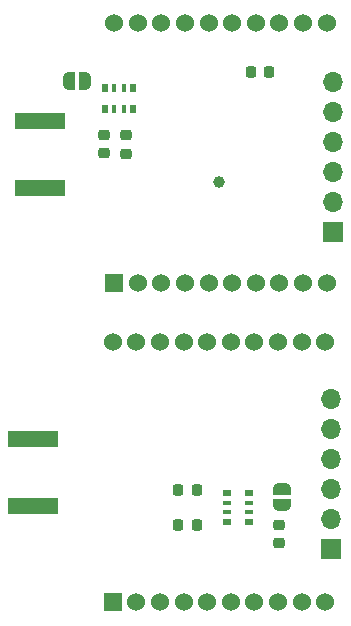
<source format=gbr>
%TF.GenerationSoftware,KiCad,Pcbnew,8.0.2*%
%TF.CreationDate,2025-09-09T09:28:48+02:00*%
%TF.ProjectId,e77,6537372e-6b69-4636-9164-5f7063625858,rev?*%
%TF.SameCoordinates,Original*%
%TF.FileFunction,Soldermask,Top*%
%TF.FilePolarity,Negative*%
%FSLAX46Y46*%
G04 Gerber Fmt 4.6, Leading zero omitted, Abs format (unit mm)*
G04 Created by KiCad (PCBNEW 8.0.2) date 2025-09-09 09:28:48*
%MOMM*%
%LPD*%
G01*
G04 APERTURE LIST*
G04 Aperture macros list*
%AMRoundRect*
0 Rectangle with rounded corners*
0 $1 Rounding radius*
0 $2 $3 $4 $5 $6 $7 $8 $9 X,Y pos of 4 corners*
0 Add a 4 corners polygon primitive as box body*
4,1,4,$2,$3,$4,$5,$6,$7,$8,$9,$2,$3,0*
0 Add four circle primitives for the rounded corners*
1,1,$1+$1,$2,$3*
1,1,$1+$1,$4,$5*
1,1,$1+$1,$6,$7*
1,1,$1+$1,$8,$9*
0 Add four rect primitives between the rounded corners*
20,1,$1+$1,$2,$3,$4,$5,0*
20,1,$1+$1,$4,$5,$6,$7,0*
20,1,$1+$1,$6,$7,$8,$9,0*
20,1,$1+$1,$8,$9,$2,$3,0*%
%AMFreePoly0*
4,1,19,0.500000,-0.750000,0.000000,-0.750000,0.000000,-0.744911,-0.071157,-0.744911,-0.207708,-0.704816,-0.327430,-0.627875,-0.420627,-0.520320,-0.479746,-0.390866,-0.500000,-0.250000,-0.500000,0.250000,-0.479746,0.390866,-0.420627,0.520320,-0.327430,0.627875,-0.207708,0.704816,-0.071157,0.744911,0.000000,0.744911,0.000000,0.750000,0.500000,0.750000,0.500000,-0.750000,0.500000,-0.750000,
$1*%
%AMFreePoly1*
4,1,19,0.000000,0.744911,0.071157,0.744911,0.207708,0.704816,0.327430,0.627875,0.420627,0.520320,0.479746,0.390866,0.500000,0.250000,0.500000,-0.250000,0.479746,-0.390866,0.420627,-0.520320,0.327430,-0.627875,0.207708,-0.704816,0.071157,-0.744911,0.000000,-0.744911,0.000000,-0.750000,-0.500000,-0.750000,-0.500000,0.750000,0.000000,0.750000,0.000000,0.744911,0.000000,0.744911,
$1*%
G04 Aperture macros list end*
%ADD10RoundRect,0.218750X-0.218750X-0.256250X0.218750X-0.256250X0.218750X0.256250X-0.218750X0.256250X0*%
%ADD11FreePoly0,90.000000*%
%ADD12FreePoly1,90.000000*%
%ADD13R,0.500000X0.800000*%
%ADD14R,0.400000X0.800000*%
%ADD15R,1.700000X1.700000*%
%ADD16O,1.700000X1.700000*%
%ADD17RoundRect,0.218750X0.256250X-0.218750X0.256250X0.218750X-0.256250X0.218750X-0.256250X-0.218750X0*%
%ADD18RoundRect,0.225000X0.250000X-0.225000X0.250000X0.225000X-0.250000X0.225000X-0.250000X-0.225000X0*%
%ADD19R,1.524000X1.524000*%
%ADD20C,1.524000*%
%ADD21R,0.800000X0.500000*%
%ADD22R,0.800000X0.400000*%
%ADD23RoundRect,0.225000X0.225000X0.250000X-0.225000X0.250000X-0.225000X-0.250000X0.225000X-0.250000X0*%
%ADD24FreePoly0,0.000000*%
%ADD25FreePoly1,0.000000*%
%ADD26R,4.200000X1.350000*%
%ADD27C,1.000000*%
G04 APERTURE END LIST*
D10*
%TO.C,D4*%
X120925000Y-110000000D03*
X122500000Y-110000000D03*
%TD*%
D11*
%TO.C,JP2*%
X129692400Y-108254800D03*
D12*
X129692400Y-106954800D03*
%TD*%
D13*
%TO.C,RN1*%
X117128400Y-72972600D03*
D14*
X116328400Y-72972600D03*
X115528400Y-72972600D03*
D13*
X114728400Y-72972600D03*
X114728400Y-74772600D03*
D14*
X115528400Y-74772600D03*
X116328400Y-74772600D03*
D13*
X117128400Y-74772600D03*
%TD*%
D15*
%TO.C,J2*%
X134064000Y-85150200D03*
D16*
X134064000Y-82610200D03*
X134064000Y-80070200D03*
X134064000Y-77530200D03*
X134064000Y-74990200D03*
X134064000Y-72450200D03*
%TD*%
D17*
%TO.C,D1*%
X114658400Y-78495600D03*
X114658400Y-76920600D03*
%TD*%
D18*
%TO.C,C2*%
X129500000Y-111519000D03*
X129500000Y-109969000D03*
%TD*%
D19*
%TO.C,U2*%
X115400000Y-116500000D03*
D20*
X117400000Y-116500000D03*
X119400000Y-116500000D03*
X121400000Y-116500000D03*
X123400000Y-116500000D03*
X125400000Y-116500000D03*
X127400000Y-116500000D03*
X129400000Y-116500000D03*
X131400000Y-116500000D03*
X133400000Y-116500000D03*
X133400000Y-94500000D03*
X131400000Y-94500000D03*
X129400000Y-94500000D03*
X127400000Y-94500000D03*
X125400000Y-94500000D03*
X123400000Y-94500000D03*
X121400000Y-94500000D03*
X119400000Y-94500000D03*
X117400000Y-94500000D03*
X115400000Y-94500000D03*
%TD*%
D10*
%TO.C,D3*%
X120925000Y-107000000D03*
X122500000Y-107000000D03*
%TD*%
D19*
%TO.C,U1*%
X115511600Y-89511600D03*
D20*
X117511600Y-89511600D03*
X119511600Y-89511600D03*
X121511600Y-89511600D03*
X123511600Y-89511600D03*
X125511600Y-89511600D03*
X127511600Y-89511600D03*
X129511600Y-89511600D03*
X131511600Y-89511600D03*
X133511600Y-89511600D03*
X133511600Y-67511600D03*
X131511600Y-67511600D03*
X129511600Y-67511600D03*
X127511600Y-67511600D03*
X125511600Y-67511600D03*
X123511600Y-67511600D03*
X121511600Y-67511600D03*
X119511600Y-67511600D03*
X117511600Y-67511600D03*
X115511600Y-67511600D03*
%TD*%
D21*
%TO.C,RN2*%
X126900000Y-109700000D03*
D22*
X126900000Y-108900000D03*
X126900000Y-108100000D03*
D21*
X126900000Y-107300000D03*
X125100000Y-107300000D03*
D22*
X125100000Y-108100000D03*
X125100000Y-108900000D03*
D21*
X125100000Y-109700000D03*
%TD*%
D17*
%TO.C,D2*%
X116538000Y-78546400D03*
X116538000Y-76971400D03*
%TD*%
D23*
%TO.C,C1*%
X128628400Y-71586600D03*
X127078400Y-71586600D03*
%TD*%
D24*
%TO.C,JP1*%
X111730000Y-72390000D03*
D25*
X113030000Y-72390000D03*
%TD*%
D15*
%TO.C,J1*%
X133908800Y-112000000D03*
D16*
X133908800Y-109460000D03*
X133908800Y-106920000D03*
X133908800Y-104380000D03*
X133908800Y-101840000D03*
X133908800Y-99300000D03*
%TD*%
D26*
%TO.C,AE2*%
X108662500Y-108325000D03*
X108662500Y-102675000D03*
%TD*%
%TO.C,AE1*%
X109273600Y-81422000D03*
X109273600Y-75772000D03*
%TD*%
D27*
%TO.C,U3*%
X124411600Y-80921600D03*
%TD*%
M02*

</source>
